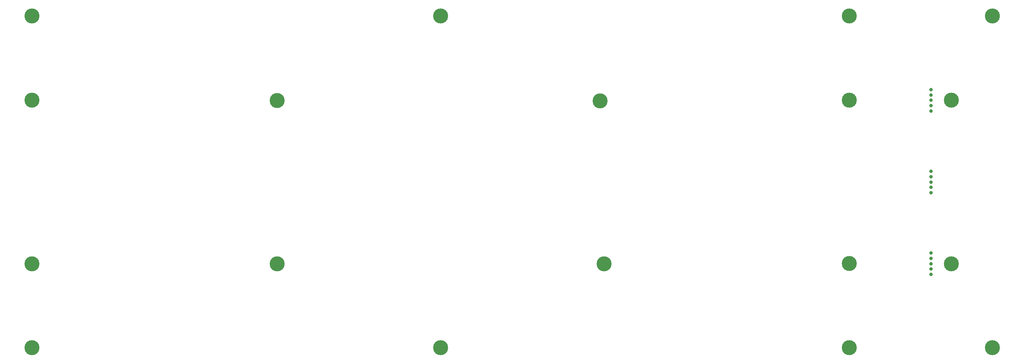
<source format=gbr>
G04 #@! TF.GenerationSoftware,KiCad,Pcbnew,(5.1.10-1-10_14)*
G04 #@! TF.CreationDate,2021-08-09T22:53:28-05:00*
G04 #@! TF.ProjectId,ori_top_plate,6f72695f-746f-4705-9f70-6c6174652e6b,rev?*
G04 #@! TF.SameCoordinates,Original*
G04 #@! TF.FileFunction,Soldermask,Bot*
G04 #@! TF.FilePolarity,Negative*
%FSLAX46Y46*%
G04 Gerber Fmt 4.6, Leading zero omitted, Abs format (unit mm)*
G04 Created by KiCad (PCBNEW (5.1.10-1-10_14)) date 2021-08-09 22:53:28*
%MOMM*%
%LPD*%
G01*
G04 APERTURE LIST*
%ADD10C,0.800000*%
%ADD11C,3.500000*%
G04 APERTURE END LIST*
D10*
X375048450Y-97631692D03*
X375048450Y-96381692D03*
X375048450Y-95131692D03*
X375048450Y-98881692D03*
X375048450Y-100131692D03*
D11*
X165497570Y-97631660D03*
X165523314Y-59518904D03*
X222647810Y-59531500D03*
X222647810Y-97631660D03*
X297920000Y-59660000D03*
X298848130Y-97631660D03*
X356023474Y-59518904D03*
X356023474Y-97618936D03*
D10*
X375048450Y-78581580D03*
X375048450Y-77331580D03*
X375048450Y-76081580D03*
X375048450Y-79831580D03*
X375048450Y-81081580D03*
X375048450Y-59518808D03*
X375048450Y-58268808D03*
X375048450Y-57018808D03*
X375048450Y-60768808D03*
X375048450Y-62018808D03*
D11*
X379836330Y-59518840D03*
X379836330Y-97659743D03*
X165523314Y-39873575D03*
X165523314Y-117264265D03*
X260773394Y-39873575D03*
X260773394Y-117264265D03*
X356023474Y-39873575D03*
X356023474Y-117264265D03*
X389361002Y-39873575D03*
X389361002Y-117264265D03*
M02*

</source>
